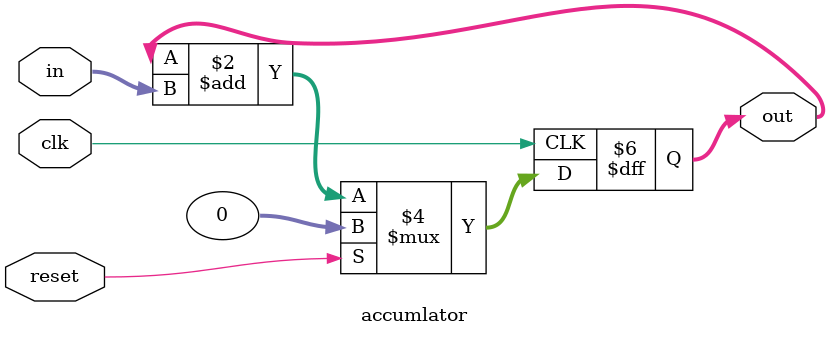
<source format=sv>

module accumlator #(
    parameter WIDTH = 32
) (
    input  logic                 clk,
    input  logic                 reset,     
    input  logic [WIDTH-1:0]     in,
    output logic [WIDTH-1:0]     out

);
    // testing comment
    // on every cycle sum the 
    always_ff @(posedge clk) begin
        if (reset) begin
            out <= '0;
        end else begin
            out <= out + in;
        end
    end

endmodule

</source>
